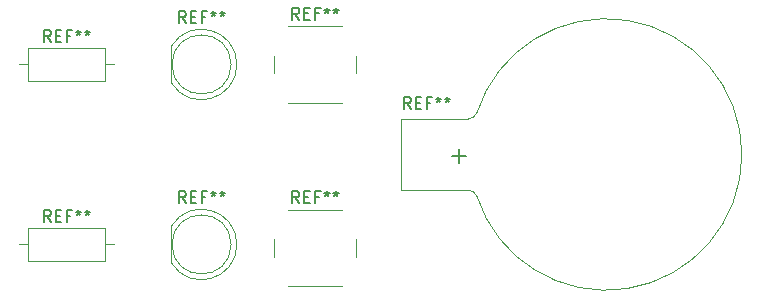
<source format=gbr>
%TF.GenerationSoftware,KiCad,Pcbnew,7.0.9*%
%TF.CreationDate,2024-01-08T23:19:19+02:00*%
%TF.ProjectId,Ex05-Chapter06,45783035-2d43-4686-9170-74657230362e,rev?*%
%TF.SameCoordinates,Original*%
%TF.FileFunction,Legend,Top*%
%TF.FilePolarity,Positive*%
%FSLAX46Y46*%
G04 Gerber Fmt 4.6, Leading zero omitted, Abs format (unit mm)*
G04 Created by KiCad (PCBNEW 7.0.9) date 2024-01-08 23:19:19*
%MOMM*%
%LPD*%
G01*
G04 APERTURE LIST*
%ADD10C,0.150000*%
%ADD11C,0.120000*%
G04 APERTURE END LIST*
D10*
X97726666Y-84444819D02*
X97393333Y-83968628D01*
X97155238Y-84444819D02*
X97155238Y-83444819D01*
X97155238Y-83444819D02*
X97536190Y-83444819D01*
X97536190Y-83444819D02*
X97631428Y-83492438D01*
X97631428Y-83492438D02*
X97679047Y-83540057D01*
X97679047Y-83540057D02*
X97726666Y-83635295D01*
X97726666Y-83635295D02*
X97726666Y-83778152D01*
X97726666Y-83778152D02*
X97679047Y-83873390D01*
X97679047Y-83873390D02*
X97631428Y-83921009D01*
X97631428Y-83921009D02*
X97536190Y-83968628D01*
X97536190Y-83968628D02*
X97155238Y-83968628D01*
X98155238Y-83921009D02*
X98488571Y-83921009D01*
X98631428Y-84444819D02*
X98155238Y-84444819D01*
X98155238Y-84444819D02*
X98155238Y-83444819D01*
X98155238Y-83444819D02*
X98631428Y-83444819D01*
X99393333Y-83921009D02*
X99060000Y-83921009D01*
X99060000Y-84444819D02*
X99060000Y-83444819D01*
X99060000Y-83444819D02*
X99536190Y-83444819D01*
X100060000Y-83444819D02*
X100060000Y-83682914D01*
X99821905Y-83587676D02*
X100060000Y-83682914D01*
X100060000Y-83682914D02*
X100298095Y-83587676D01*
X99917143Y-83873390D02*
X100060000Y-83682914D01*
X100060000Y-83682914D02*
X100202857Y-83873390D01*
X100821905Y-83444819D02*
X100821905Y-83682914D01*
X100583810Y-83587676D02*
X100821905Y-83682914D01*
X100821905Y-83682914D02*
X101060000Y-83587676D01*
X100679048Y-83873390D02*
X100821905Y-83682914D01*
X100821905Y-83682914D02*
X100964762Y-83873390D01*
X118756666Y-98094819D02*
X118423333Y-97618628D01*
X118185238Y-98094819D02*
X118185238Y-97094819D01*
X118185238Y-97094819D02*
X118566190Y-97094819D01*
X118566190Y-97094819D02*
X118661428Y-97142438D01*
X118661428Y-97142438D02*
X118709047Y-97190057D01*
X118709047Y-97190057D02*
X118756666Y-97285295D01*
X118756666Y-97285295D02*
X118756666Y-97428152D01*
X118756666Y-97428152D02*
X118709047Y-97523390D01*
X118709047Y-97523390D02*
X118661428Y-97571009D01*
X118661428Y-97571009D02*
X118566190Y-97618628D01*
X118566190Y-97618628D02*
X118185238Y-97618628D01*
X119185238Y-97571009D02*
X119518571Y-97571009D01*
X119661428Y-98094819D02*
X119185238Y-98094819D01*
X119185238Y-98094819D02*
X119185238Y-97094819D01*
X119185238Y-97094819D02*
X119661428Y-97094819D01*
X120423333Y-97571009D02*
X120090000Y-97571009D01*
X120090000Y-98094819D02*
X120090000Y-97094819D01*
X120090000Y-97094819D02*
X120566190Y-97094819D01*
X121090000Y-97094819D02*
X121090000Y-97332914D01*
X120851905Y-97237676D02*
X121090000Y-97332914D01*
X121090000Y-97332914D02*
X121328095Y-97237676D01*
X120947143Y-97523390D02*
X121090000Y-97332914D01*
X121090000Y-97332914D02*
X121232857Y-97523390D01*
X121851905Y-97094819D02*
X121851905Y-97332914D01*
X121613810Y-97237676D02*
X121851905Y-97332914D01*
X121851905Y-97332914D02*
X122090000Y-97237676D01*
X121709048Y-97523390D02*
X121851905Y-97332914D01*
X121851905Y-97332914D02*
X121994762Y-97523390D01*
X118756666Y-82564819D02*
X118423333Y-82088628D01*
X118185238Y-82564819D02*
X118185238Y-81564819D01*
X118185238Y-81564819D02*
X118566190Y-81564819D01*
X118566190Y-81564819D02*
X118661428Y-81612438D01*
X118661428Y-81612438D02*
X118709047Y-81660057D01*
X118709047Y-81660057D02*
X118756666Y-81755295D01*
X118756666Y-81755295D02*
X118756666Y-81898152D01*
X118756666Y-81898152D02*
X118709047Y-81993390D01*
X118709047Y-81993390D02*
X118661428Y-82041009D01*
X118661428Y-82041009D02*
X118566190Y-82088628D01*
X118566190Y-82088628D02*
X118185238Y-82088628D01*
X119185238Y-82041009D02*
X119518571Y-82041009D01*
X119661428Y-82564819D02*
X119185238Y-82564819D01*
X119185238Y-82564819D02*
X119185238Y-81564819D01*
X119185238Y-81564819D02*
X119661428Y-81564819D01*
X120423333Y-82041009D02*
X120090000Y-82041009D01*
X120090000Y-82564819D02*
X120090000Y-81564819D01*
X120090000Y-81564819D02*
X120566190Y-81564819D01*
X121090000Y-81564819D02*
X121090000Y-81802914D01*
X120851905Y-81707676D02*
X121090000Y-81802914D01*
X121090000Y-81802914D02*
X121328095Y-81707676D01*
X120947143Y-81993390D02*
X121090000Y-81802914D01*
X121090000Y-81802914D02*
X121232857Y-81993390D01*
X121851905Y-81564819D02*
X121851905Y-81802914D01*
X121613810Y-81707676D02*
X121851905Y-81802914D01*
X121851905Y-81802914D02*
X122090000Y-81707676D01*
X121709048Y-81993390D02*
X121851905Y-81802914D01*
X121851905Y-81802914D02*
X121994762Y-81993390D01*
X128206666Y-90134819D02*
X127873333Y-89658628D01*
X127635238Y-90134819D02*
X127635238Y-89134819D01*
X127635238Y-89134819D02*
X128016190Y-89134819D01*
X128016190Y-89134819D02*
X128111428Y-89182438D01*
X128111428Y-89182438D02*
X128159047Y-89230057D01*
X128159047Y-89230057D02*
X128206666Y-89325295D01*
X128206666Y-89325295D02*
X128206666Y-89468152D01*
X128206666Y-89468152D02*
X128159047Y-89563390D01*
X128159047Y-89563390D02*
X128111428Y-89611009D01*
X128111428Y-89611009D02*
X128016190Y-89658628D01*
X128016190Y-89658628D02*
X127635238Y-89658628D01*
X128635238Y-89611009D02*
X128968571Y-89611009D01*
X129111428Y-90134819D02*
X128635238Y-90134819D01*
X128635238Y-90134819D02*
X128635238Y-89134819D01*
X128635238Y-89134819D02*
X129111428Y-89134819D01*
X129873333Y-89611009D02*
X129540000Y-89611009D01*
X129540000Y-90134819D02*
X129540000Y-89134819D01*
X129540000Y-89134819D02*
X130016190Y-89134819D01*
X130540000Y-89134819D02*
X130540000Y-89372914D01*
X130301905Y-89277676D02*
X130540000Y-89372914D01*
X130540000Y-89372914D02*
X130778095Y-89277676D01*
X130397143Y-89563390D02*
X130540000Y-89372914D01*
X130540000Y-89372914D02*
X130682857Y-89563390D01*
X131301905Y-89134819D02*
X131301905Y-89372914D01*
X131063810Y-89277676D02*
X131301905Y-89372914D01*
X131301905Y-89372914D02*
X131540000Y-89277676D01*
X131159048Y-89563390D02*
X131301905Y-89372914D01*
X131301905Y-89372914D02*
X131444762Y-89563390D01*
X131718571Y-94094700D02*
X132861429Y-94094700D01*
X132290000Y-94666128D02*
X132290000Y-93523271D01*
X97726666Y-99684819D02*
X97393333Y-99208628D01*
X97155238Y-99684819D02*
X97155238Y-98684819D01*
X97155238Y-98684819D02*
X97536190Y-98684819D01*
X97536190Y-98684819D02*
X97631428Y-98732438D01*
X97631428Y-98732438D02*
X97679047Y-98780057D01*
X97679047Y-98780057D02*
X97726666Y-98875295D01*
X97726666Y-98875295D02*
X97726666Y-99018152D01*
X97726666Y-99018152D02*
X97679047Y-99113390D01*
X97679047Y-99113390D02*
X97631428Y-99161009D01*
X97631428Y-99161009D02*
X97536190Y-99208628D01*
X97536190Y-99208628D02*
X97155238Y-99208628D01*
X98155238Y-99161009D02*
X98488571Y-99161009D01*
X98631428Y-99684819D02*
X98155238Y-99684819D01*
X98155238Y-99684819D02*
X98155238Y-98684819D01*
X98155238Y-98684819D02*
X98631428Y-98684819D01*
X99393333Y-99161009D02*
X99060000Y-99161009D01*
X99060000Y-99684819D02*
X99060000Y-98684819D01*
X99060000Y-98684819D02*
X99536190Y-98684819D01*
X100060000Y-98684819D02*
X100060000Y-98922914D01*
X99821905Y-98827676D02*
X100060000Y-98922914D01*
X100060000Y-98922914D02*
X100298095Y-98827676D01*
X99917143Y-99113390D02*
X100060000Y-98922914D01*
X100060000Y-98922914D02*
X100202857Y-99113390D01*
X100821905Y-98684819D02*
X100821905Y-98922914D01*
X100583810Y-98827676D02*
X100821905Y-98922914D01*
X100821905Y-98922914D02*
X101060000Y-98827676D01*
X100679048Y-99113390D02*
X100821905Y-98922914D01*
X100821905Y-98922914D02*
X100964762Y-99113390D01*
X109156666Y-82854819D02*
X108823333Y-82378628D01*
X108585238Y-82854819D02*
X108585238Y-81854819D01*
X108585238Y-81854819D02*
X108966190Y-81854819D01*
X108966190Y-81854819D02*
X109061428Y-81902438D01*
X109061428Y-81902438D02*
X109109047Y-81950057D01*
X109109047Y-81950057D02*
X109156666Y-82045295D01*
X109156666Y-82045295D02*
X109156666Y-82188152D01*
X109156666Y-82188152D02*
X109109047Y-82283390D01*
X109109047Y-82283390D02*
X109061428Y-82331009D01*
X109061428Y-82331009D02*
X108966190Y-82378628D01*
X108966190Y-82378628D02*
X108585238Y-82378628D01*
X109585238Y-82331009D02*
X109918571Y-82331009D01*
X110061428Y-82854819D02*
X109585238Y-82854819D01*
X109585238Y-82854819D02*
X109585238Y-81854819D01*
X109585238Y-81854819D02*
X110061428Y-81854819D01*
X110823333Y-82331009D02*
X110490000Y-82331009D01*
X110490000Y-82854819D02*
X110490000Y-81854819D01*
X110490000Y-81854819D02*
X110966190Y-81854819D01*
X111490000Y-81854819D02*
X111490000Y-82092914D01*
X111251905Y-81997676D02*
X111490000Y-82092914D01*
X111490000Y-82092914D02*
X111728095Y-81997676D01*
X111347143Y-82283390D02*
X111490000Y-82092914D01*
X111490000Y-82092914D02*
X111632857Y-82283390D01*
X112251905Y-81854819D02*
X112251905Y-82092914D01*
X112013810Y-81997676D02*
X112251905Y-82092914D01*
X112251905Y-82092914D02*
X112490000Y-81997676D01*
X112109048Y-82283390D02*
X112251905Y-82092914D01*
X112251905Y-82092914D02*
X112394762Y-82283390D01*
X109156666Y-98094819D02*
X108823333Y-97618628D01*
X108585238Y-98094819D02*
X108585238Y-97094819D01*
X108585238Y-97094819D02*
X108966190Y-97094819D01*
X108966190Y-97094819D02*
X109061428Y-97142438D01*
X109061428Y-97142438D02*
X109109047Y-97190057D01*
X109109047Y-97190057D02*
X109156666Y-97285295D01*
X109156666Y-97285295D02*
X109156666Y-97428152D01*
X109156666Y-97428152D02*
X109109047Y-97523390D01*
X109109047Y-97523390D02*
X109061428Y-97571009D01*
X109061428Y-97571009D02*
X108966190Y-97618628D01*
X108966190Y-97618628D02*
X108585238Y-97618628D01*
X109585238Y-97571009D02*
X109918571Y-97571009D01*
X110061428Y-98094819D02*
X109585238Y-98094819D01*
X109585238Y-98094819D02*
X109585238Y-97094819D01*
X109585238Y-97094819D02*
X110061428Y-97094819D01*
X110823333Y-97571009D02*
X110490000Y-97571009D01*
X110490000Y-98094819D02*
X110490000Y-97094819D01*
X110490000Y-97094819D02*
X110966190Y-97094819D01*
X111490000Y-97094819D02*
X111490000Y-97332914D01*
X111251905Y-97237676D02*
X111490000Y-97332914D01*
X111490000Y-97332914D02*
X111728095Y-97237676D01*
X111347143Y-97523390D02*
X111490000Y-97332914D01*
X111490000Y-97332914D02*
X111632857Y-97523390D01*
X112251905Y-97094819D02*
X112251905Y-97332914D01*
X112013810Y-97237676D02*
X112251905Y-97332914D01*
X112251905Y-97332914D02*
X112490000Y-97237676D01*
X112109048Y-97523390D02*
X112251905Y-97332914D01*
X112251905Y-97332914D02*
X112394762Y-97523390D01*
D11*
%TO.C,REF\u002A\u002A*%
X103100000Y-86360000D02*
X102330000Y-86360000D01*
X102330000Y-87730000D02*
X102330000Y-84990000D01*
X102330000Y-84990000D02*
X95790000Y-84990000D01*
X95790000Y-87730000D02*
X102330000Y-87730000D01*
X95790000Y-84990000D02*
X95790000Y-87730000D01*
X95020000Y-86360000D02*
X95790000Y-86360000D01*
X122340000Y-98640000D02*
X117840000Y-98640000D01*
X117840000Y-105140000D02*
X122340000Y-105140000D01*
X123590000Y-102640000D02*
X123590000Y-101140000D01*
X116590000Y-101140000D02*
X116590000Y-102640000D01*
X122340000Y-83110000D02*
X117840000Y-83110000D01*
X117840000Y-89610000D02*
X122340000Y-89610000D01*
X123590000Y-87110000D02*
X123590000Y-85610000D01*
X116590000Y-85610000D02*
X116590000Y-87110000D01*
X127340000Y-96980000D02*
X133040000Y-96980000D01*
X127340000Y-96980000D02*
X127340000Y-90980000D01*
X127340000Y-90980000D02*
X133040000Y-90980000D01*
X156235670Y-93980000D02*
G75*
G03*
X133790001Y-90480000I-11495714J11D01*
G01*
X133790000Y-97480000D02*
G75*
G03*
X156235671Y-93980000I10949956J3499989D01*
G01*
X133040000Y-90980000D02*
G75*
G03*
X133790000Y-90480000I0J812500D01*
G01*
X133790000Y-97480000D02*
G75*
G03*
X133040000Y-96980000I-750000J-312500D01*
G01*
X102330000Y-100230000D02*
X95790000Y-100230000D01*
X95790000Y-102970000D02*
X102330000Y-102970000D01*
X102330000Y-102970000D02*
X102330000Y-100230000D01*
X95790000Y-100230000D02*
X95790000Y-102970000D01*
X95020000Y-101600000D02*
X95790000Y-101600000D01*
X103100000Y-101600000D02*
X102330000Y-101600000D01*
X107930000Y-84815000D02*
X107930000Y-87905000D01*
X113479999Y-86360462D02*
G75*
G03*
X107930001Y-84815170I-2989999J462D01*
G01*
X107930000Y-87904830D02*
G75*
G03*
X113480000Y-86359538I2560000J1544830D01*
G01*
X112990000Y-86360000D02*
G75*
G03*
X112990000Y-86360000I-2500000J0D01*
G01*
X112990000Y-101600000D02*
G75*
G03*
X112990000Y-101600000I-2500000J0D01*
G01*
X107930000Y-103144830D02*
G75*
G03*
X113480000Y-101599538I2560000J1544830D01*
G01*
X113479999Y-101600462D02*
G75*
G03*
X107930001Y-100055170I-2989999J462D01*
G01*
X107930000Y-100055000D02*
X107930000Y-103145000D01*
%TD*%
M02*

</source>
